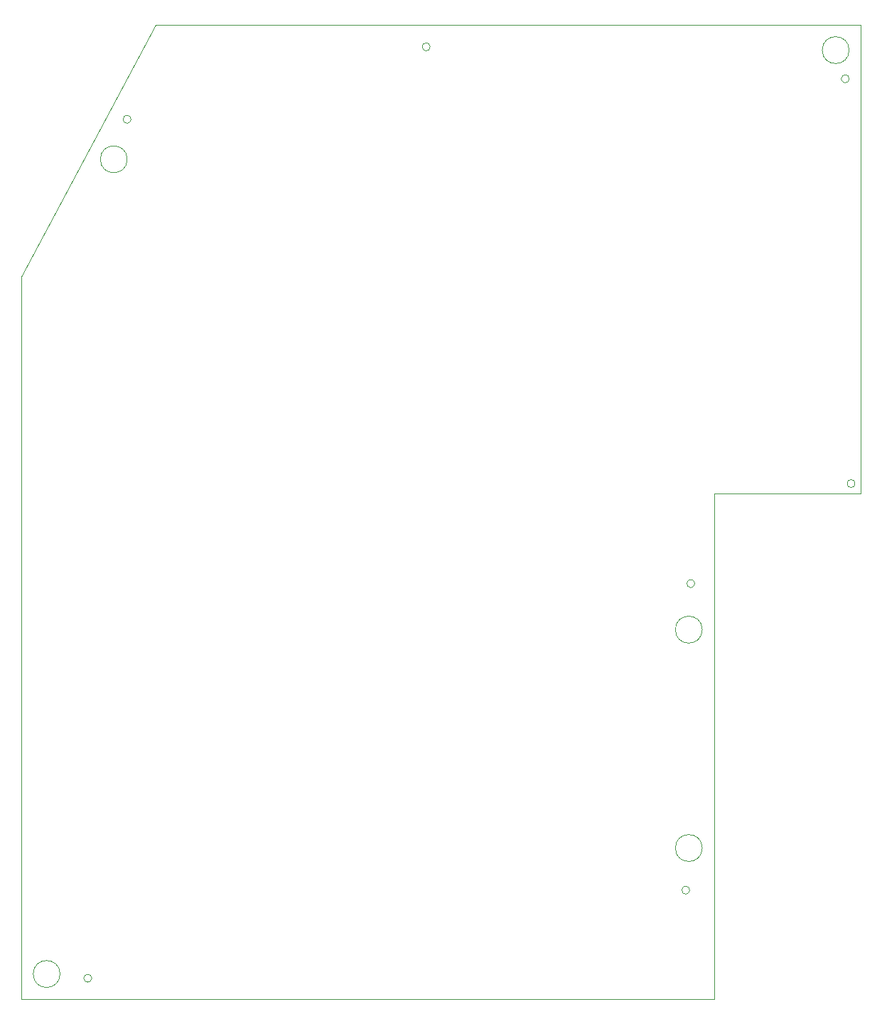
<source format=gm1>
G04 #@! TF.GenerationSoftware,KiCad,Pcbnew,(5.1.6-0-10_14)*
G04 #@! TF.CreationDate,2021-12-06T16:22:22+09:00*
G04 #@! TF.ProjectId,qPCR-main,71504352-2d6d-4616-996e-2e6b69636164,rev?*
G04 #@! TF.SameCoordinates,Original*
G04 #@! TF.FileFunction,Profile,NP*
%FSLAX46Y46*%
G04 Gerber Fmt 4.6, Leading zero omitted, Abs format (unit mm)*
G04 Created by KiCad (PCBNEW (5.1.6-0-10_14)) date 2021-12-06 16:22:22*
%MOMM*%
%LPD*%
G01*
G04 APERTURE LIST*
G04 #@! TA.AperFunction,Profile*
%ADD10C,0.100000*%
G04 #@! TD*
G04 APERTURE END LIST*
D10*
X92600000Y-50000000D02*
G75*
G03*
X92600000Y-50000000I-1600000J0D01*
G01*
X159615000Y-137010000D02*
G75*
G03*
X159615000Y-137010000I-475000J0D01*
G01*
X160215000Y-100510000D02*
G75*
G03*
X160215000Y-100510000I-475000J0D01*
G01*
X179315000Y-88610000D02*
G75*
G03*
X179315000Y-88610000I-475000J0D01*
G01*
X161100000Y-132000000D02*
G75*
G03*
X161100000Y-132000000I-1600000J0D01*
G01*
X178615000Y-40410000D02*
G75*
G03*
X178615000Y-40410000I-475000J0D01*
G01*
X161100000Y-106000000D02*
G75*
G03*
X161100000Y-106000000I-1600000J0D01*
G01*
X128685000Y-36610000D02*
G75*
G03*
X128685000Y-36610000I-475000J0D01*
G01*
X162500000Y-150000000D02*
X162500000Y-89770000D01*
X88375000Y-147500000D02*
G75*
G03*
X88375000Y-147500000I-475000J0D01*
G01*
X93065000Y-45230000D02*
G75*
G03*
X93065000Y-45230000I-475000J0D01*
G01*
X80000000Y-150000000D02*
X162500000Y-150000000D01*
X162500000Y-89770000D02*
X180000000Y-89770000D01*
X178600000Y-37000000D02*
G75*
G03*
X178600000Y-37000000I-1600000J0D01*
G01*
X84600000Y-147000000D02*
G75*
G03*
X84600000Y-147000000I-1600000J0D01*
G01*
X96000000Y-34000000D02*
X80000000Y-64000000D01*
X80000000Y-64000000D02*
X80000000Y-150000000D01*
X180000000Y-89770000D02*
X180000000Y-34000000D01*
X96000000Y-34000000D02*
X180000000Y-34000000D01*
M02*

</source>
